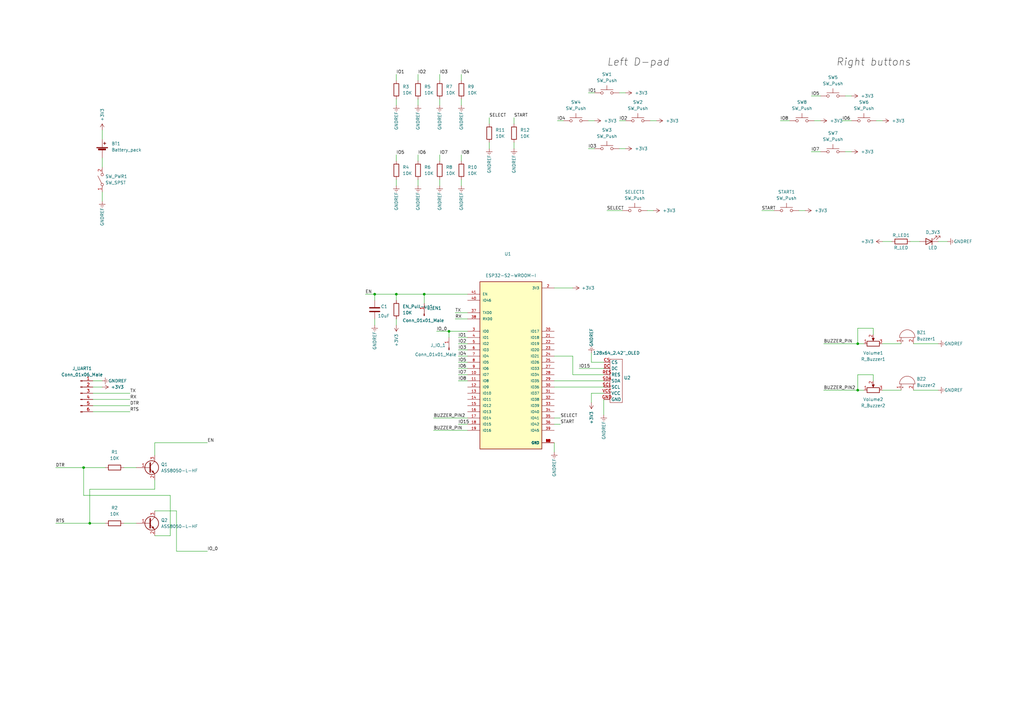
<source format=kicad_sch>
(kicad_sch (version 20211123) (generator eeschema)
  (paper "A3")
  (lib_symbols
    (symbol "Connector:Conn_01x01_Male" (pin_names (offset 1.016) hide)
      (property "Reference" "J" (at 0 2.54 0))
      (property "Value" "Conn_01x01_Male" (at 0 -2.54 0))
      (symbol "Conn_01x01_Male_1_1"
        (polyline (pts (xy 1.27 0) (xy 0.8636 0)) (stroke (width 0.1524)))
        (rectangle (start 0.8636 0.127) (end 0 -0.127) (stroke (width 0.1524)) (fill (type outline)))
        (pin passive line (at 5.08 0 180) (length 3.81) (name "Pin_1") (number "1"))
      )
    )
    (symbol "Connector:Conn_01x06_Male" (pin_names (offset 1.016) hide)
      (property "Reference" "J" (at 0 7.62 0))
      (property "Value" "Conn_01x06_Male" (at 0 -10.16 0))
      (symbol "Conn_01x06_Male_1_1"
        (polyline (pts (xy 1.27 -7.62) (xy 0.8636 -7.62)) (stroke (width 0.1524)))
        (polyline (pts (xy 1.27 -5.08) (xy 0.8636 -5.08)) (stroke (width 0.1524)))
        (polyline (pts (xy 1.27 -2.54) (xy 0.8636 -2.54)) (stroke (width 0.1524)))
        (polyline (pts (xy 1.27 0) (xy 0.8636 0)) (stroke (width 0.1524)))
        (polyline (pts (xy 1.27 2.54) (xy 0.8636 2.54)) (stroke (width 0.1524)))
        (polyline (pts (xy 1.27 5.08) (xy 0.8636 5.08)) (stroke (width 0.1524)))
        (rectangle (start 0.8636 -7.493) (end 0 -7.747) (stroke (width 0.1524)) (fill (type outline)))
        (rectangle (start 0.8636 -4.953) (end 0 -5.207) (stroke (width 0.1524)) (fill (type outline)))
        (rectangle (start 0.8636 -2.413) (end 0 -2.667) (stroke (width 0.1524)) (fill (type outline)))
        (rectangle (start 0.8636 0.127) (end 0 -0.127) (stroke (width 0.1524)) (fill (type outline)))
        (rectangle (start 0.8636 2.667) (end 0 2.413) (stroke (width 0.1524)) (fill (type outline)))
        (rectangle (start 0.8636 5.207) (end 0 4.953) (stroke (width 0.1524)) (fill (type outline)))
        (pin passive line (at 5.08 5.08 180) (length 3.81) (name "Pin_1") (number "1"))
        (pin passive line (at 5.08 2.54 180) (length 3.81) (name "Pin_2") (number "2"))
        (pin passive line (at 5.08 0 180) (length 3.81) (name "Pin_3") (number "3"))
        (pin passive line (at 5.08 -2.54 180) (length 3.81) (name "Pin_4") (number "4"))
        (pin passive line (at 5.08 -5.08 180) (length 3.81) (name "Pin_5") (number "5"))
        (pin passive line (at 5.08 -7.62 180) (length 3.81) (name "Pin_6") (number "6"))
      )
    )
    (symbol "Device:Battery_Cell" (pin_numbers hide) (pin_names (offset 0) hide)
      (property "Reference" "BT" (at 2.54 2.54 0))
      (property "Value" "Battery_Cell" (at 2.54 0 0))
      (symbol "Battery_Cell_0_1"
        (rectangle (start -2.286 1.778) (end 2.286 1.524) (fill (type outline)))
        (rectangle (start -1.5748 1.1938) (end 1.4732 0.6858) (fill (type outline)))
        (polyline (pts (xy 0 0.762) (xy 0 0)))
        (polyline (pts (xy 0 1.778) (xy 0 2.54)))
        (polyline (pts (xy 0.508 3.429) (xy 1.524 3.429)) (stroke (width 0.254)))
        (polyline (pts (xy 1.016 3.937) (xy 1.016 2.921)) (stroke (width 0.254)))
      )
      (symbol "Battery_Cell_1_1"
        (pin passive line (at 0 5.08 270) (length 2.54) (name "+") (number "1"))
        (pin passive line (at 0 -2.54 90) (length 2.54) (name "-") (number "2"))
      )
    )
    (symbol "Device:Buzzer" (pin_names (offset 0.0254) hide)
      (property "Reference" "BZ" (at 3.81 1.27 0))
      (property "Value" "Buzzer" (at 3.81 -1.27 0))
      (symbol "Buzzer_0_1"
        (arc (start 0 -3.175) (mid 3.175 0) (end 0 3.175))
        (polyline (pts (xy -1.651 1.905) (xy -1.143 1.905)))
        (polyline (pts (xy -1.397 2.159) (xy -1.397 1.651)))
        (polyline (pts (xy 0 3.175) (xy 0 -3.175)))
      )
      (symbol "Buzzer_1_1"
        (pin passive line (at -2.54 2.54 0) (length 2.54) (name "-") (number "1"))
        (pin passive line (at -2.54 -2.54 0) (length 2.54) (name "+") (number "2"))
      )
    )
    (symbol "Device:C" (pin_numbers hide) (pin_names (offset 0.254))
      (property "Reference" "C" (at 0.635 2.54 0))
      (property "Value" "C" (at 0.635 -2.54 0))
      (symbol "C_0_1"
        (polyline (pts (xy -2.032 -0.762) (xy 2.032 -0.762)) (stroke (width 0.508)))
        (polyline (pts (xy -2.032 0.762) (xy 2.032 0.762)) (stroke (width 0.508)))
      )
      (symbol "C_1_1"
        (pin passive line (at 0 3.81 270) (length 2.794) (name "~") (number "1"))
        (pin passive line (at 0 -3.81 90) (length 2.794) (name "~") (number "2"))
      )
    )
    (symbol "Device:LED" (pin_numbers hide) (pin_names (offset 1.016) hide)
      (property "Reference" "D" (at 0 2.54 0))
      (property "Value" "LED" (at 0 -2.54 0))
      (symbol "LED_0_1"
        (polyline (pts (xy -1.27 -1.27) (xy -1.27 1.27)) (stroke (width 0.254)))
        (polyline (pts (xy -1.27 0) (xy 1.27 0)))
        (polyline (pts (xy 1.27 -1.27) (xy 1.27 1.27) (xy -1.27 0) (xy 1.27 -1.27)) (stroke (width 0.254)))
        (polyline (pts (xy -3.048 -0.762) (xy -4.572 -2.286) (xy -3.81 -2.286) (xy -4.572 -2.286) (xy -4.572 -1.524)))
        (polyline (pts (xy -1.778 -0.762) (xy -3.302 -2.286) (xy -2.54 -2.286) (xy -3.302 -2.286) (xy -3.302 -1.524)))
      )
      (symbol "LED_1_1"
        (pin passive line (at -3.81 0 0) (length 2.54) (name "K") (number "1"))
        (pin passive line (at 3.81 0 180) (length 2.54) (name "A") (number "2"))
      )
    )
    (symbol "Device:R" (pin_numbers hide) (pin_names (offset 0))
      (property "Reference" "R" (at 2.032 0 90))
      (property "Value" "R" (at 0 0 90))
      (symbol "R_0_1"
        (rectangle (start -1.016 -2.54) (end 1.016 2.54) (stroke (width 0.254)))
      )
      (symbol "R_1_1"
        (pin passive line (at 0 3.81 270) (length 1.27) (name "~") (number "1"))
        (pin passive line (at 0 -3.81 90) (length 1.27) (name "~") (number "2"))
      )
    )
    (symbol "Device:R_Potentiometer" (pin_names (offset 1.016) hide)
      (property "Reference" "RV" (at -4.445 0 90))
      (property "Value" "R_Potentiometer" (at -2.54 0 90))
      (symbol "R_Potentiometer_0_1"
        (polyline (pts (xy 2.54 0) (xy 1.524 0)))
        (polyline (pts (xy 1.143 0) (xy 2.286 0.508) (xy 2.286 -0.508) (xy 1.143 0)) (fill (type outline)))
        (rectangle (start 1.016 2.54) (end -1.016 -2.54) (stroke (width 0.254)))
      )
      (symbol "R_Potentiometer_1_1"
        (pin passive line (at 0 3.81 270) (length 1.27) (name "1") (number "1"))
        (pin passive line (at 3.81 0 180) (length 1.27) (name "2") (number "2"))
        (pin passive line (at 0 -3.81 90) (length 1.27) (name "3") (number "3"))
      )
    )
    (symbol "GlobalSymbolLibrary:128x64_2.42{dblquote}_OLED"
      (property "Reference" "U2" (at 8.255 1.2701 0))
      (property "Value" "128x64_2.42\"_OLED" (at 8.255 -1.2699 0))
      (symbol "128x64_2.42{dblquote}_OLED_0_1"
        (rectangle (start 2.54 8.89) (end 7.62 -8.89))
      )
      (symbol "128x64_2.42{dblquote}_OLED_1_1"
        (pin input line (at 0 7.62 0) (length 2.54) (name "CS") (number "CS"))
        (pin input line (at 0 5.08 0) (length 2.54) (name "DC") (number "DC"))
        (pin input line (at 0 -7.62 0) (length 2.54) (name "GND") (number "GND"))
        (pin input line (at 0 2.54 0) (length 2.54) (name "RES") (number "RES"))
        (pin input line (at 0 -2.54 0) (length 2.54) (name "SCL") (number "SCL"))
        (pin input line (at 0 0 0) (length 2.54) (name "SDA") (number "SDA"))
        (pin input line (at 0 -5.08 0) (length 2.54) (name "VCC") (number "VCC"))
      )
    )
    (symbol "GlobalSymbolLibrary:ESP32-S2-WROOM-I" (pin_names (offset 1.016))
      (property "Reference" "U" (at -12.7 37.8206 0))
      (property "Value" "ESP32-S2-WROOM-I" (at -12.7 -35.7378 0))
      (symbol "ESP32-S2-WROOM-I_0_0"
        (rectangle (start -12.7 -33.02) (end 12.7 35.56) (stroke (width 0.254)) (fill (type background)))
        (pin power_in line (at 17.78 -30.48 180) (length 5.08) (name "GND") (number "1"))
        (pin bidirectional line (at -17.78 -2.54 0) (length 5.08) (name "IO7") (number "10"))
        (pin bidirectional line (at -17.78 -5.08 0) (length 5.08) (name "IO8") (number "11"))
        (pin bidirectional line (at -17.78 -7.62 0) (length 5.08) (name "IO9") (number "12"))
        (pin bidirectional line (at -17.78 -10.16 0) (length 5.08) (name "IO10") (number "13"))
        (pin bidirectional line (at -17.78 -12.7 0) (length 5.08) (name "IO11") (number "14"))
        (pin bidirectional line (at -17.78 -15.24 0) (length 5.08) (name "IO12") (number "15"))
        (pin bidirectional line (at -17.78 -17.78 0) (length 5.08) (name "IO13") (number "16"))
        (pin bidirectional line (at -17.78 -20.32 0) (length 5.08) (name "IO14") (number "17"))
        (pin bidirectional line (at -17.78 -22.86 0) (length 5.08) (name "IO15") (number "18"))
        (pin bidirectional line (at -17.78 -25.4 0) (length 5.08) (name "IO16") (number "19"))
        (pin power_in line (at 17.78 33.02 180) (length 5.08) (name "3V3") (number "2"))
        (pin bidirectional line (at 17.78 15.24 180) (length 5.08) (name "IO17") (number "20"))
        (pin bidirectional line (at 17.78 12.7 180) (length 5.08) (name "IO18") (number "21"))
        (pin bidirectional line (at 17.78 10.16 180) (length 5.08) (name "IO19") (number "22"))
        (pin bidirectional line (at 17.78 7.62 180) (length 5.08) (name "IO20") (number "23"))
        (pin bidirectional line (at 17.78 5.08 180) (length 5.08) (name "IO21") (number "24"))
        (pin bidirectional line (at 17.78 2.54 180) (length 5.08) (name "IO26") (number "25"))
        (pin power_in line (at 17.78 -30.48 180) (length 5.08) (name "GND") (number "26"))
        (pin bidirectional line (at 17.78 0 180) (length 5.08) (name "IO33") (number "27"))
        (pin bidirectional line (at 17.78 -2.54 180) (length 5.08) (name "IO34") (number "28"))
        (pin bidirectional line (at 17.78 -5.08 180) (length 5.08) (name "IO35") (number "29"))
        (pin bidirectional line (at -17.78 15.24 0) (length 5.08) (name "IO0") (number "3"))
        (pin bidirectional line (at 17.78 -7.62 180) (length 5.08) (name "IO36") (number "30"))
        (pin bidirectional line (at 17.78 -10.16 180) (length 5.08) (name "IO37") (number "31"))
        (pin bidirectional line (at 17.78 -12.7 180) (length 5.08) (name "IO38") (number "32"))
        (pin bidirectional line (at 17.78 -15.24 180) (length 5.08) (name "IO39") (number "33"))
        (pin bidirectional line (at 17.78 -17.78 180) (length 5.08) (name "IO40") (number "34"))
        (pin bidirectional line (at 17.78 -20.32 180) (length 5.08) (name "IO41") (number "35"))
        (pin bidirectional line (at 17.78 -22.86 180) (length 5.08) (name "IO42") (number "36"))
        (pin bidirectional line (at -17.78 22.86 0) (length 5.08) (name "TXD0") (number "37"))
        (pin bidirectional line (at -17.78 20.32 0) (length 5.08) (name "RXD0") (number "38"))
        (pin bidirectional line (at 17.78 -25.4 180) (length 5.08) (name "IO45") (number "39"))
        (pin bidirectional line (at -17.78 12.7 0) (length 5.08) (name "IO1") (number "4"))
        (pin input line (at -17.78 27.94 0) (length 5.08) (name "IO46") (number "40"))
        (pin input line (at -17.78 30.48 0) (length 5.08) (name "EN") (number "41"))
        (pin power_in line (at 17.78 -30.48 180) (length 5.08) (name "GND") (number "42"))
        (pin power_in line (at 17.78 -30.48 180) (length 5.08) (name "GND") (number "43"))
        (pin power_in line (at 17.78 -30.48 180) (length 5.08) (name "GND") (number "44"))
        (pin power_in line (at 17.78 -30.48 180) (length 5.08) (name "GND") (number "45"))
        (pin power_in line (at 17.78 -30.48 180) (length 5.08) (name "GND") (number "46"))
        (pin power_in line (at 17.78 -30.48 180) (length 5.08) (name "GND") (number "47"))
        (pin power_in line (at 17.78 -30.48 180) (length 5.08) (name "GND") (number "48"))
        (pin power_in line (at 17.78 -30.48 180) (length 5.08) (name "GND") (number "49"))
        (pin bidirectional line (at -17.78 10.16 0) (length 5.08) (name "IO2") (number "5"))
        (pin power_in line (at 17.78 -30.48 180) (length 5.08) (name "GND") (number "50"))
        (pin power_in line (at 17.78 -30.48 180) (length 5.08) (name "GND") (number "51"))
        (pin bidirectional line (at -17.78 7.62 0) (length 5.08) (name "IO3") (number "6"))
        (pin bidirectional line (at -17.78 5.08 0) (length 5.08) (name "IO4") (number "7"))
        (pin bidirectional line (at -17.78 2.54 0) (length 5.08) (name "IO5") (number "8"))
        (pin bidirectional line (at -17.78 0 0) (length 5.08) (name "IO6") (number "9"))
      )
    )
    (symbol "Switch:SW_Push" (pin_numbers hide) (pin_names (offset 1.016) hide)
      (property "Reference" "SW" (at 1.27 2.54 0))
      (property "Value" "SW_Push" (at 0 -1.524 0))
      (symbol "SW_Push_0_1"
        (circle (center -2.032 0) (radius 0.508))
        (polyline (pts (xy 0 1.27) (xy 0 3.048)))
        (polyline (pts (xy 2.54 1.27) (xy -2.54 1.27)))
        (circle (center 2.032 0) (radius 0.508))
        (pin passive line (at -5.08 0 0) (length 2.54) (name "1") (number "1"))
        (pin passive line (at 5.08 0 180) (length 2.54) (name "2") (number "2"))
      )
    )
    (symbol "Switch:SW_SPST" (pin_names (offset 0) hide)
      (property "Reference" "SW" (at 0 3.175 0))
      (property "Value" "SW_SPST" (at 0 -2.54 0))
      (symbol "SW_SPST_0_0"
        (circle (center -2.032 0) (radius 0.508))
        (polyline (pts (xy -1.524 0.254) (xy 1.524 1.778)))
        (circle (center 2.032 0) (radius 0.508))
      )
      (symbol "SW_SPST_1_1"
        (pin passive line (at -5.08 0 0) (length 2.54) (name "A") (number "1"))
        (pin passive line (at 5.08 0 180) (length 2.54) (name "B") (number "2"))
      )
    )
    (symbol "Transistor_BJT:BC817" (pin_names (offset 0) hide)
      (property "Reference" "Q" (at 5.08 1.905 0))
      (property "Value" "BC817" (at 5.08 0 0))
      (symbol "BC817_0_1"
        (polyline (pts (xy 0.635 0.635) (xy 2.54 2.54)))
        (polyline (pts (xy 0.635 -0.635) (xy 2.54 -2.54) (xy 2.54 -2.54)))
        (polyline (pts (xy 0.635 1.905) (xy 0.635 -1.905) (xy 0.635 -1.905)) (stroke (width 0.508)))
        (polyline (pts (xy 1.27 -1.778) (xy 1.778 -1.27) (xy 2.286 -2.286) (xy 1.27 -1.778) (xy 1.27 -1.778)) (fill (type outline)))
        (circle (center 1.27 0) (radius 2.8194) (stroke (width 0.254)))
      )
      (symbol "BC817_1_1"
        (pin input line (at -5.08 0 0) (length 5.715) (name "B") (number "1"))
        (pin passive line (at 2.54 -5.08 90) (length 2.54) (name "E") (number "2"))
        (pin passive line (at 2.54 5.08 270) (length 2.54) (name "C") (number "3"))
      )
    )
    (symbol "power:+3V3" (power) (pin_names (offset 0))
      (property "Value" "+3V3" (at 0 3.556 0))
      (symbol "+3V3_0_1"
        (polyline (pts (xy -0.762 1.27) (xy 0 2.54)))
        (polyline (pts (xy 0 0) (xy 0 2.54)))
        (polyline (pts (xy 0 2.54) (xy 0.762 1.27)))
      )
      (symbol "+3V3_1_1"
        (pin power_in line (at 0 0 90) (length 0) hide (name "+3V3") (number "1"))
      )
    )
    (symbol "power:GNDREF" (power) (pin_names (offset 0))
      (property "Value" "GNDREF" (at 0 -3.81 0))
      (symbol "GNDREF_0_1"
        (polyline (pts (xy -0.635 -1.905) (xy 0.635 -1.905)))
        (polyline (pts (xy -0.127 -2.54) (xy 0.127 -2.54)))
        (polyline (pts (xy 0 -1.27) (xy 0 0)))
        (polyline (pts (xy 1.27 -1.27) (xy -1.27 -1.27)))
      )
      (symbol "GNDREF_1_1"
        (pin power_in line (at 0 0 270) (length 0) hide (name "GNDREF") (number "1"))
      )
    )
  )
  (junction (at 351.79 140.97))
  (junction (at 184.15 135.89))
  (junction (at 173.99 120.65))
  (junction (at 36.83 214.63))
  (junction (at 153.67 120.65))
  (junction (at 34.29 191.77))
  (junction (at 351.79 160.02))
  (junction (at 162.56 120.65))
  (wire (pts (xy 361.95 140.97) (xy 369.57 140.97)))
  (wire (pts (xy 227.33 171.45) (xy 229.87 171.45)))
  (wire (pts (xy 38.1 166.37) (xy 53.34 166.37)))
  (wire (pts (xy 210.82 58.42) (xy 210.82 60.96)))
  (wire (pts (xy 153.67 120.65) (xy 162.56 120.65)))
  (wire (pts (xy 36.83 200.66) (xy 36.83 214.63)))
  (wire (pts (xy 312.42 86.36) (xy 317.5 86.36)))
  (wire (pts (xy 332.74 62.23) (xy 336.55 62.23)))
  (wire (pts (xy 63.5 186.69) (xy 63.5 181.61)))
  (wire (pts (xy 266.7 49.53) (xy 269.24 49.53)))
  (wire (pts (xy 373.38 99.06) (xy 377.19 99.06)))
  (wire (pts (xy 162.56 130.81) (xy 162.56 133.35)))
  (wire (pts (xy 187.96 140.97) (xy 191.77 140.97)))
  (wire (pts (xy 346.71 62.23) (xy 349.25 62.23)))
  (wire (pts (xy 247.65 170.18) (xy 247.65 163.83)))
  (wire (pts (xy 180.34 73.66) (xy 180.34 76.2)))
  (wire (pts (xy 72.39 209.55) (xy 72.39 226.06)))
  (wire (pts (xy 351.79 140.97) (xy 354.33 140.97)))
  (wire (pts (xy 162.56 123.19) (xy 162.56 120.65)))
  (wire (pts (xy 171.45 40.64) (xy 171.45 43.18)))
  (wire (pts (xy 337.82 160.02) (xy 351.79 160.02)))
  (wire (pts (xy 162.56 30.48) (xy 162.56 33.02)))
  (wire (pts (xy 327.66 86.36) (xy 330.2 86.36)))
  (wire (pts (xy 227.33 181.61) (xy 227.33 185.42)))
  (wire (pts (xy 41.91 78.74) (xy 41.91 82.55)))
  (wire (pts (xy 227.33 173.99) (xy 229.87 173.99)))
  (wire (pts (xy 254 60.96) (xy 256.54 60.96)))
  (wire (pts (xy 247.65 148.59) (xy 242.57 148.59)))
  (wire (pts (xy 177.8 176.53) (xy 191.77 176.53)))
  (wire (pts (xy 187.96 138.43) (xy 191.77 138.43)))
  (wire (pts (xy 34.29 191.77) (xy 34.29 203.2)))
  (wire (pts (xy 200.66 58.42) (xy 200.66 60.96)))
  (wire (pts (xy 162.56 40.64) (xy 162.56 43.18)))
  (wire (pts (xy 241.3 38.1) (xy 243.84 38.1)))
  (wire (pts (xy 234.95 153.67) (xy 234.95 146.05)))
  (wire (pts (xy 346.71 39.37) (xy 349.25 39.37)))
  (wire (pts (xy 180.34 40.64) (xy 180.34 43.18)))
  (wire (pts (xy 171.45 63.5) (xy 171.45 66.04)))
  (wire (pts (xy 189.23 73.66) (xy 189.23 76.2)))
  (wire (pts (xy 177.8 171.45) (xy 191.77 171.45)))
  (wire (pts (xy 162.56 120.65) (xy 173.99 120.65)))
  (wire (pts (xy 320.04 49.53) (xy 323.85 49.53)))
  (wire (pts (xy 38.1 161.29) (xy 53.34 161.29)))
  (wire (pts (xy 351.79 160.02) (xy 351.79 153.67)))
  (wire (pts (xy 184.15 135.89) (xy 184.15 138.43)))
  (wire (pts (xy 173.99 120.65) (xy 173.99 124.46)))
  (wire (pts (xy 180.34 63.5) (xy 180.34 66.04)))
  (wire (pts (xy 242.57 161.29) (xy 242.57 165.1)))
  (wire (pts (xy 63.5 209.55) (xy 72.39 209.55)))
  (wire (pts (xy 69.85 203.2) (xy 34.29 203.2)))
  (wire (pts (xy 63.5 219.71) (xy 69.85 219.71)))
  (wire (pts (xy 351.79 160.02) (xy 354.33 160.02)))
  (wire (pts (xy 187.96 153.67) (xy 191.77 153.67)))
  (wire (pts (xy 361.95 99.06) (xy 365.76 99.06)))
  (wire (pts (xy 359.41 49.53) (xy 361.95 49.53)))
  (wire (pts (xy 234.95 146.05) (xy 227.33 146.05)))
  (wire (pts (xy 189.23 63.5) (xy 189.23 66.04)))
  (wire (pts (xy 254 38.1) (xy 256.54 38.1)))
  (wire (pts (xy 351.79 153.67) (xy 358.14 153.67)))
  (wire (pts (xy 38.1 156.21) (xy 41.91 156.21)))
  (wire (pts (xy 41.91 64.77) (xy 41.91 68.58)))
  (wire (pts (xy 228.6 49.53) (xy 231.14 49.53)))
  (wire (pts (xy 227.33 156.21) (xy 247.65 156.21)))
  (wire (pts (xy 153.67 123.19) (xy 153.67 120.65)))
  (wire (pts (xy 187.96 143.51) (xy 191.77 143.51)))
  (wire (pts (xy 162.56 73.66) (xy 162.56 76.2)))
  (wire (pts (xy 22.86 214.63) (xy 36.83 214.63)))
  (wire (pts (xy 184.15 135.89) (xy 191.77 135.89)))
  (wire (pts (xy 63.5 196.85) (xy 63.5 200.66)))
  (wire (pts (xy 69.85 219.71) (xy 69.85 203.2)))
  (wire (pts (xy 247.65 153.67) (xy 234.95 153.67)))
  (wire (pts (xy 361.95 160.02) (xy 369.57 160.02)))
  (wire (pts (xy 265.43 86.36) (xy 267.97 86.36)))
  (wire (pts (xy 162.56 63.5) (xy 162.56 66.04)))
  (wire (pts (xy 358.14 134.62) (xy 358.14 137.16)))
  (wire (pts (xy 189.23 40.64) (xy 189.23 43.18)))
  (wire (pts (xy 241.3 49.53) (xy 243.84 49.53)))
  (wire (pts (xy 384.81 99.06) (xy 388.62 99.06)))
  (wire (pts (xy 187.96 173.99) (xy 191.77 173.99)))
  (wire (pts (xy 200.66 48.26) (xy 200.66 50.8)))
  (wire (pts (xy 63.5 181.61) (xy 85.09 181.61)))
  (wire (pts (xy 38.1 168.91) (xy 53.34 168.91)))
  (wire (pts (xy 254 49.53) (xy 256.54 49.53)))
  (wire (pts (xy 337.82 140.97) (xy 351.79 140.97)))
  (wire (pts (xy 227.33 118.11) (xy 234.95 118.11)))
  (wire (pts (xy 189.23 30.48) (xy 189.23 33.02)))
  (wire (pts (xy 50.8 214.63) (xy 55.88 214.63)))
  (wire (pts (xy 351.79 140.97) (xy 351.79 134.62)))
  (wire (pts (xy 187.96 156.21) (xy 191.77 156.21)))
  (wire (pts (xy 180.34 30.48) (xy 180.34 33.02)))
  (wire (pts (xy 187.96 148.59) (xy 191.77 148.59)))
  (wire (pts (xy 34.29 191.77) (xy 43.18 191.77)))
  (wire (pts (xy 173.99 120.65) (xy 191.77 120.65)))
  (wire (pts (xy 374.65 160.02) (xy 384.81 160.02)))
  (wire (pts (xy 237.49 151.13) (xy 247.65 151.13)))
  (wire (pts (xy 36.83 214.63) (xy 43.18 214.63)))
  (wire (pts (xy 38.1 158.75) (xy 41.91 158.75)))
  (wire (pts (xy 187.96 146.05) (xy 191.77 146.05)))
  (wire (pts (xy 248.92 86.36) (xy 255.27 86.36)))
  (wire (pts (xy 171.45 73.66) (xy 171.45 76.2)))
  (wire (pts (xy 153.67 130.81) (xy 153.67 133.35)))
  (wire (pts (xy 186.69 130.81) (xy 191.77 130.81)))
  (wire (pts (xy 50.8 191.77) (xy 55.88 191.77)))
  (wire (pts (xy 153.67 120.65) (xy 149.86 120.65)))
  (wire (pts (xy 210.82 48.26) (xy 210.82 50.8)))
  (wire (pts (xy 186.69 128.27) (xy 191.77 128.27)))
  (wire (pts (xy 351.79 134.62) (xy 358.14 134.62)))
  (wire (pts (xy 334.01 49.53) (xy 336.55 49.53)))
  (wire (pts (xy 38.1 163.83) (xy 53.34 163.83)))
  (wire (pts (xy 41.91 53.34) (xy 41.91 57.15)))
  (wire (pts (xy 72.39 226.06) (xy 85.09 226.06)))
  (wire (pts (xy 247.65 161.29) (xy 242.57 161.29)))
  (wire (pts (xy 22.86 191.77) (xy 34.29 191.77)))
  (wire (pts (xy 179.07 135.89) (xy 184.15 135.89)))
  (wire (pts (xy 63.5 200.66) (xy 36.83 200.66)))
  (wire (pts (xy 187.96 151.13) (xy 191.77 151.13)))
  (wire (pts (xy 241.3 60.96) (xy 243.84 60.96)))
  (wire (pts (xy 227.33 158.75) (xy 247.65 158.75)))
  (wire (pts (xy 242.57 148.59) (xy 242.57 144.78)))
  (wire (pts (xy 345.44 49.53) (xy 349.25 49.53)))
  (wire (pts (xy 358.14 153.67) (xy 358.14 156.21)))
  (wire (pts (xy 332.74 39.37) (xy 336.55 39.37)))
  (wire (pts (xy 374.65 140.97) (xy 384.81 140.97)))
  (wire (pts (xy 171.45 30.48) (xy 171.45 33.02)))
  (label "BUZZER_PIN" (at 337.82 140.97 0))
  (label "IO1" (at 162.56 30.48 0))
  (label "RTS" (at 22.86 214.63 0))
  (label "IO4" (at 187.96 146.05 0))
  (label "IO3" (at 180.34 30.48 0))
  (label "IO7" (at 332.74 62.23 0))
  (label "RX" (at 53.34 163.83 0))
  (label "IO5" (at 187.96 148.59 0))
  (label "TX" (at 53.34 161.29 0))
  (label "IO8" (at 320.04 49.53 0))
  (label "BUZZER_PIN2" (at 177.8 171.45 0))
  (label "IO2" (at 254 49.53 0))
  (label "START" (at 312.42 86.36 0))
  (label "DTR" (at 22.86 191.77 0))
  (label "SELECT" (at 200.66 48.26 0))
  (label "IO5" (at 162.56 63.5 0))
  (label "IO2" (at 187.96 140.97 0))
  (label "IO15" (at 187.96 173.99 0))
  (label "START" (at 229.87 173.99 0))
  (label "IO6" (at 171.45 63.5 0))
  (label "Left D-pad" (at 248.92 27.94 0) (effects (font (size 3 3) italic)))
  (label "IO8" (at 187.96 156.21 0))
  (label "IO1" (at 241.3 38.1 0))
  (label "IO6" (at 345.44 49.53 0))
  (label "IO1" (at 187.96 138.43 0))
  (label "START" (at 210.82 48.26 0))
  (label "EN" (at 149.86 120.65 0))
  (label "DTR" (at 53.34 166.37 0))
  (label "IO2" (at 171.45 30.48 0))
  (label "IO_0" (at 85.09 226.06 0))
  (label "RTS" (at 53.34 168.91 0))
  (label "IO3" (at 241.3 60.96 0))
  (label "IO4" (at 189.23 30.48 0))
  (label "IO7" (at 180.34 63.5 0))
  (label "BUZZER_PIN2" (at 337.82 160.02 0))
  (label "IO5" (at 332.74 39.37 0))
  (label "IO3" (at 187.96 143.51 0))
  (label "Right buttons" (at 342.9 27.94 0) (effects (font (size 3 3) italic)))
  (label "IO7" (at 187.96 153.67 0))
  (label "IO_0" (at 179.07 135.89 0))
  (label "RX" (at 186.69 130.81 0))
  (label "IO6" (at 187.96 151.13 0))
  (label "IO4" (at 228.6 49.53 0))
  (label "EN" (at 85.09 181.61 0))
  (label "SELECT" (at 229.87 171.45 0))
  (label "TX" (at 186.69 128.27 0))
  (label "BUZZER_PIN" (at 177.8 176.53 0))
  (label "SELECT" (at 248.92 86.36 0))
  (label "IO8" (at 189.23 63.5 0))
  (label "IO15" (at 237.49 151.13 0))
  (symbol (lib_id "power:+3V3") (at 256.54 38.1 270) (unit 1)
    (property "Reference" "#PWR0106" (effects hide))
    (property "Value" "+3V3" (at 260.35 38.0999 90) (effects (justify left)))
  )
  (symbol (lib_id "Switch:SW_Push") (at 236.22 49.53 0) (unit 1)
    (property "Reference" "SW4" (at 236.22 41.91 0))
    (property "Value" "SW_Push" (at 236.22 44.45 0))
    (property "Footprint" "Button_Switch_SMD:SW_Push_1P1T_NO_CK_KSC6xxJ" (effects hide))
  )
  (symbol (lib_id "power:+3V3") (at 349.25 62.23 270) (unit 1)
    (property "Reference" "#PWR0117" (effects hide))
    (property "Value" "+3V3" (at 353.06 62.2299 90) (effects (justify left)))
  )
  (symbol (lib_id "power:GNDREF") (at 189.23 43.18 0) (unit 1)
    (property "Reference" "#PWR0128" (effects hide))
    (property "Value" "GNDREF" (at 189.2299 53.34 90) (effects (justify left)))
  )
  (symbol (lib_id "Transistor_BJT:BC817") (at 60.96 191.77 0) (unit 1)
    (property "Reference" "Q1" (at 66.04 190.4999 0) (effects (justify left)))
    (property "Value" "ASS8050-L-HF" (at 66.04 193.0399 0) (effects (justify left)))
    (property "Footprint" "Package_TO_SOT_SMD:SOT-23" (effects hide))
    (property "Datasheet" "https://www.onsemi.com/pub/Collateral/BC818-D.pdf" (effects hide))
  )
  (symbol (lib_id "power:+3V3") (at 256.54 60.96 270) (unit 1)
    (property "Reference" "#PWR0114" (effects hide))
    (property "Value" "+3V3" (at 260.35 60.9599 90) (effects (justify left)))
  )
  (symbol (lib_id "Switch:SW_Push") (at 248.92 60.96 0) (unit 1)
    (property "Reference" "SW3" (at 248.92 53.34 0))
    (property "Value" "SW_Push" (at 248.92 55.88 0))
    (property "Footprint" "Button_Switch_SMD:SW_Push_1P1T_NO_CK_KSC6xxJ" (effects hide))
  )
  (symbol (lib_id "power:+3V3") (at 243.84 49.53 270) (unit 1)
    (property "Reference" "#PWR0107" (effects hide))
    (property "Value" "+3V3" (at 247.65 49.5299 90) (effects (justify left)))
  )
  (symbol (lib_id "GlobalSymbolLibrary:ESP32-S2-WROOM-I") (at 209.55 151.13 0) (unit 1)
    (property "Reference" "U1" (at 208.28 104.14 0))
    (property "Value" "ESP32-S2-WROOM-I" (at 209.55 113.03 0))
    (property "Footprint" "XCVR_ESP32-S2-WROOM-I" (effects hide))
    (property "STANDARD" "Manufacturer Recommendations" (effects hide))
    (property "SNAPEDA_PN" "ESP32-S2-WROOM-I" (effects hide))
    (property "PARTREV" "v1.3" (effects hide))
    (property "MANUFACTURER" "Espressif Systems" (effects hide))
    (property "MAXIMUM_PACKAGE_HEIGHT" "3.45 mm" (effects hide))
  )
  (symbol (lib_id "power:GNDREF") (at 388.62 99.06 90) (unit 1)
    (property "Reference" "#PWR0111" (effects hide))
    (property "Value" "GNDREF" (at 398.78 99.0601 90) (effects (justify left)))
  )
  (symbol (lib_id "power:GNDREF") (at 210.82 60.96 0) (unit 1)
    (property "Reference" "#PWR0133" (effects hide))
    (property "Value" "GNDREF" (at 210.8199 71.12 90) (effects (justify left)))
  )
  (symbol (lib_id "Device:C") (at 153.67 127 180) (unit 1)
    (property "Reference" "C1" (at 156.21 125.7299 0) (effects (justify right)))
    (property "Value" "10uF" (at 154.94 129.5399 0) (effects (justify right)))
    (property "Footprint" "Capacitor_SMD:C_0805_2012Metric_Pad1.18x1.45mm_HandSolder" (effects hide))
  )
  (symbol (lib_id "Device:Buzzer") (at 372.11 157.48 90) (unit 1)
    (property "Reference" "BZ2" (at 375.92 155.4479 90) (effects (justify right)))
    (property "Value" "Buzzer2" (at 375.92 157.9879 90) (effects (justify right)))
    (property "Footprint" "Buzzer_Beeper:Buzzer_12x9.5RM7.6" (effects hide))
  )
  (symbol (lib_id "power:GNDREF") (at 41.91 156.21 90) (unit 1)
    (property "Reference" "#PWR0110" (effects hide))
    (property "Value" "GNDREF" (at 52.07 156.2101 90) (effects (justify left)))
  )
  (symbol (lib_id "Device:R") (at 189.23 69.85 0) (unit 1)
    (property "Reference" "R10" (at 191.77 68.5799 0) (effects (justify left)))
    (property "Value" "10K" (at 191.77 71.1199 0) (effects (justify left)))
    (property "Footprint" "Resistor_SMD:R_0805_2012Metric_Pad1.20x1.40mm_HandSolder" (effects hide))
  )
  (symbol (lib_id "power:+3V3") (at 269.24 49.53 270) (unit 1)
    (property "Reference" "#PWR0115" (effects hide))
    (property "Value" "+3V3" (at 273.05 49.5299 90) (effects (justify left)))
  )
  (symbol (lib_id "power:+3V3") (at 361.95 99.06 90) (unit 1)
    (property "Reference" "#PWR0112" (effects hide))
    (property "Value" "+3V3" (at 353.06 99.0599 90) (effects (justify right)))
  )
  (symbol (lib_id "Device:R") (at 162.56 69.85 0) (unit 1)
    (property "Reference" "R4" (at 165.1 68.5799 0) (effects (justify left)))
    (property "Value" "10K" (at 165.1 71.1199 0) (effects (justify left)))
    (property "Footprint" "Resistor_SMD:R_0805_2012Metric_Pad1.20x1.40mm_HandSolder" (effects hide))
  )
  (symbol (lib_id "power:GNDREF") (at 242.57 144.78 180) (unit 1)
    (property "Reference" "#PWR0103" (effects hide))
    (property "Value" "GNDREF" (at 242.5701 134.62 90) (effects (justify left)))
  )
  (symbol (lib_id "Device:R") (at 162.56 127 180) (unit 1)
    (property "Reference" "EN_Pull-up1" (at 165.1 125.7299 0) (effects (justify right)))
    (property "Value" "10K" (at 165.1 128.2699 0) (effects (justify right)))
    (property "Footprint" "Resistor_SMD:R_0805_2012Metric_Pad1.20x1.40mm_HandSolder" (effects hide))
  )
  (symbol (lib_id "power:GNDREF") (at 227.33 185.42 0) (unit 1)
    (property "Reference" "#PWR0123" (effects hide))
    (property "Value" "GNDREF" (at 227.3299 195.58 90) (effects (justify left)))
  )
  (symbol (lib_id "Connector:Conn_01x06_Male") (at 33.02 161.29 0) (unit 1)
    (property "Reference" "J_UART1" (at 33.655 151.13 0))
    (property "Value" "Conn_01x06_Male" (at 33.655 153.67 0))
  )
  (symbol (lib_id "power:GNDREF") (at 384.81 160.02 90) (unit 1)
    (property "Reference" "#PWR0135" (effects hide))
    (property "Value" "GNDREF" (at 394.97 160.0201 90) (effects (justify left)))
  )
  (symbol (lib_id "Switch:SW_Push") (at 260.35 86.36 0) (unit 1)
    (property "Reference" "SELECT1" (at 260.35 78.74 0))
    (property "Value" "SW_Push" (at 260.35 81.28 0))
    (property "Footprint" "Button_Switch_SMD:SW_Push_1P1T_NO_CK_KSC6xxJ" (effects hide))
  )
  (symbol (lib_id "power:+3V3") (at 234.95 118.11 270) (unit 1)
    (property "Reference" "#PWR0124" (effects hide))
    (property "Value" "+3V3" (at 243.84 118.1101 90) (effects (justify right)))
  )
  (symbol (lib_id "power:+3V3") (at 349.25 39.37 270) (unit 1)
    (property "Reference" "#PWR0116" (effects hide))
    (property "Value" "+3V3" (at 353.06 39.3699 90) (effects (justify left)))
  )
  (symbol (lib_id "Device:R") (at 171.45 36.83 0) (unit 1)
    (property "Reference" "R5" (at 173.99 35.5599 0) (effects (justify left)))
    (property "Value" "10K" (at 173.99 38.0999 0) (effects (justify left)))
    (property "Footprint" "Resistor_SMD:R_0805_2012Metric_Pad1.20x1.40mm_HandSolder" (effects hide))
  )
  (symbol (lib_id "power:GNDREF") (at 180.34 76.2 0) (unit 1)
    (property "Reference" "#PWR0130" (effects hide))
    (property "Value" "GNDREF" (at 180.3399 86.36 90) (effects (justify left)))
  )
  (symbol (lib_id "Switch:SW_Push") (at 328.93 49.53 0) (unit 1)
    (property "Reference" "SW8" (at 328.93 41.91 0))
    (property "Value" "SW_Push" (at 328.93 44.45 0))
    (property "Footprint" "Button_Switch_SMD:SW_Push_1P1T_NO_CK_KSC6xxJ" (effects hide))
  )
  (symbol (lib_id "Device:R") (at 46.99 214.63 90) (unit 1)
    (property "Reference" "R2" (at 46.99 208.28 90))
    (property "Value" "10K" (at 46.99 210.82 90))
    (property "Footprint" "Resistor_SMD:R_0805_2012Metric_Pad1.20x1.40mm_HandSolder" (effects hide))
  )
  (symbol (lib_id "power:GNDREF") (at 180.34 43.18 0) (unit 1)
    (property "Reference" "#PWR0127" (effects hide))
    (property "Value" "GNDREF" (at 180.3399 53.34 90) (effects (justify left)))
  )
  (symbol (lib_id "Switch:SW_Push") (at 341.63 62.23 0) (unit 1)
    (property "Reference" "SW7" (at 341.63 54.61 0))
    (property "Value" "SW_Push" (at 341.63 57.15 0))
    (property "Footprint" "Button_Switch_SMD:SW_Push_1P1T_NO_CK_KSC6xxJ" (effects hide))
  )
  (symbol (lib_id "Transistor_BJT:BC817") (at 60.96 214.63 0) (unit 1)
    (property "Reference" "Q2" (at 66.04 213.3599 0) (effects (justify left)))
    (property "Value" "ASS8050-L-HF" (at 66.04 215.8999 0) (effects (justify left)))
    (property "Footprint" "Package_TO_SOT_SMD:SOT-23" (effects hide))
    (property "Datasheet" "https://www.onsemi.com/pub/Collateral/BC818-D.pdf" (effects hide))
  )
  (symbol (lib_id "GlobalSymbolLibrary:128x64_2.42{dblquote}_OLED") (at 247.65 156.21 0) (unit 1)
    (property "Reference" "U2" (at 255.905 154.9399 0) (effects (justify left)))
    (property "Value" "128x64_2.42\"_OLED" (at 243.205 144.7799 0) (effects (justify left)))
    (property "Footprint" "GlobalLibrary:128x64 2.42 inch OLED display" (effects hide))
  )
  (symbol (lib_id "Device:R") (at 189.23 36.83 0) (unit 1)
    (property "Reference" "R9" (at 191.77 35.5599 0) (effects (justify left)))
    (property "Value" "10K" (at 191.77 38.0999 0) (effects (justify left)))
    (property "Footprint" "Resistor_SMD:R_0805_2012Metric_Pad1.20x1.40mm_HandSolder" (effects hide))
  )
  (symbol (lib_id "Device:Battery_Cell") (at 41.91 62.23 0) (unit 1)
    (property "Reference" "BT1" (at 45.72 58.9279 0) (effects (justify left)))
    (property "Value" "Battery_pack" (at 45.72 61.4679 0) (effects (justify left)))
    (property "Footprint" "GustavsGlobalLibrary:3xAA holder (534-2464)" (effects hide))
  )
  (symbol (lib_id "power:GNDREF") (at 153.67 133.35 0) (unit 1)
    (property "Reference" "#PWR0101" (effects hide))
    (property "Value" "GNDREF" (at 153.6699 143.51 90) (effects (justify left)))
  )
  (symbol (lib_id "Connector:Conn_01x01_Male") (at 173.99 129.54 90) (unit 1)
    (property "Reference" "J_EN1" (at 175.26 126.3649 90) (effects (justify right)))
    (property "Value" "Conn_01x01_Male" (at 165.1 131.4449 90) (effects (justify right)))
  )
  (symbol (lib_id "Device:R") (at 180.34 69.85 0) (unit 1)
    (property "Reference" "R8" (at 182.88 68.5799 0) (effects (justify left)))
    (property "Value" "10K" (at 182.88 71.1199 0) (effects (justify left)))
    (property "Footprint" "Resistor_SMD:R_0805_2012Metric_Pad1.20x1.40mm_HandSolder" (effects hide))
  )
  (symbol (lib_id "Device:R") (at 200.66 54.61 0) (unit 1)
    (property "Reference" "R11" (at 203.2 53.3399 0) (effects (justify left)))
    (property "Value" "10K" (at 203.2 55.8799 0) (effects (justify left)))
    (property "Footprint" "Resistor_SMD:R_0805_2012Metric_Pad1.20x1.40mm_HandSolder" (effects hide))
  )
  (symbol (lib_id "Switch:SW_Push") (at 261.62 49.53 0) (unit 1)
    (property "Reference" "SW2" (at 261.62 41.91 0))
    (property "Value" "SW_Push" (at 261.62 44.45 0))
    (property "Footprint" "Button_Switch_SMD:SW_Push_1P1T_NO_CK_KSC6xxJ" (effects hide))
  )
  (symbol (lib_id "Switch:SW_SPST") (at 41.91 73.66 90) (unit 1)
    (property "Reference" "SW_PWR1" (at 43.18 72.3899 90) (effects (justify right)))
    (property "Value" "SW_SPST" (at 43.18 74.9299 90) (effects (justify right)))
    (property "Footprint" "GustavsGlobalLibrary:Slide-SW-GF-1123-1110" (effects hide))
  )
  (symbol (lib_id "power:+3V3") (at 162.56 133.35 180) (unit 1)
    (property "Reference" "#PWR0108" (effects hide))
    (property "Value" "+3V3" (at 162.5599 142.24 90) (effects (justify right)))
  )
  (symbol (lib_id "Device:Buzzer") (at 372.11 138.43 90) (unit 1)
    (property "Reference" "BZ1" (at 375.92 136.3979 90) (effects (justify right)))
    (property "Value" "Buzzer1" (at 375.92 138.9379 90) (effects (justify right)))
    (property "Footprint" "Buzzer_Beeper:Buzzer_12x9.5RM7.6" (effects hide))
  )
  (symbol (lib_id "Device:R") (at 369.57 99.06 90) (unit 1)
    (property "Reference" "R_LED1" (at 369.57 96.52 90))
    (property "Value" "R_LED" (at 369.57 101.6 90))
    (property "Footprint" "Resistor_SMD:R_0805_2012Metric_Pad1.20x1.40mm_HandSolder" (effects hide))
  )
  (symbol (lib_id "Device:R") (at 171.45 69.85 0) (unit 1)
    (property "Reference" "R6" (at 173.99 68.5799 0) (effects (justify left)))
    (property "Value" "10K" (at 173.99 71.1199 0) (effects (justify left)))
    (property "Footprint" "Resistor_SMD:R_0805_2012Metric_Pad1.20x1.40mm_HandSolder" (effects hide))
  )
  (symbol (lib_id "power:GNDREF") (at 162.56 76.2 0) (unit 1)
    (property "Reference" "#PWR0134" (effects hide))
    (property "Value" "GNDREF" (at 162.5599 86.36 90) (effects (justify left)))
  )
  (symbol (lib_id "power:GNDREF") (at 247.65 170.18 0) (unit 1)
    (property "Reference" "#PWR0102" (effects hide))
    (property "Value" "GNDREF" (at 247.6499 180.34 90) (effects (justify left)))
  )
  (symbol (lib_id "power:+3V3") (at 41.91 53.34 0) (unit 1)
    (property "Reference" "#PWR0122" (effects hide))
    (property "Value" "+3V3" (at 41.9101 44.45 90) (effects (justify right)))
  )
  (symbol (lib_id "power:GNDREF") (at 189.23 76.2 0) (unit 1)
    (property "Reference" "#PWR0131" (effects hide))
    (property "Value" "GNDREF" (at 189.2299 86.36 90) (effects (justify left)))
  )
  (symbol (lib_id "Device:R_Potentiometer") (at 358.14 160.02 90) (unit 1)
    (property "Reference" "Volume2" (at 358.14 163.83 90))
    (property "Value" "R_Buzzer2" (at 358.14 166.37 90))
    (property "Footprint" "Potentiometer_THT:Potentiometer_Alps_RK09K_Single_Horizontal" (effects hide))
  )
  (symbol (lib_id "Switch:SW_Push") (at 354.33 49.53 0) (unit 1)
    (property "Reference" "SW6" (at 354.33 41.91 0))
    (property "Value" "SW_Push" (at 354.33 44.45 0))
    (property "Footprint" "Button_Switch_SMD:SW_Push_1P1T_NO_CK_KSC6xxJ" (effects hide))
  )
  (symbol (lib_id "Switch:SW_Push") (at 322.58 86.36 0) (unit 1)
    (property "Reference" "START1" (at 322.58 78.74 0))
    (property "Value" "SW_Push" (at 322.58 81.28 0))
    (property "Footprint" "Button_Switch_SMD:SW_Push_1P1T_NO_CK_KSC6xxJ" (effects hide))
  )
  (symbol (lib_id "Device:LED") (at 381 99.06 180) (unit 1)
    (property "Reference" "D_3V3" (at 382.5875 95.25 0))
    (property "Value" "LED" (at 382.5875 101.6 0))
    (property "Footprint" "LED_SMD:LED_0805_2012Metric_Pad1.15x1.40mm_HandSolder" (effects hide))
  )
  (symbol (lib_id "Device:R") (at 46.99 191.77 90) (unit 1)
    (property "Reference" "R1" (at 46.99 185.42 90))
    (property "Value" "10K" (at 46.99 187.96 90))
    (property "Footprint" "Resistor_SMD:R_0805_2012Metric_Pad1.20x1.40mm_HandSolder" (effects hide))
  )
  (symbol (lib_id "power:+3V3") (at 41.91 158.75 270) (unit 1)
    (property "Reference" "#PWR0109" (effects hide))
    (property "Value" "+3V3" (at 50.8 158.7501 90) (effects (justify right)))
  )
  (symbol (lib_id "power:+3V3") (at 361.95 49.53 270) (unit 1)
    (property "Reference" "#PWR0118" (effects hide))
    (property "Value" "+3V3" (at 365.76 49.5299 90) (effects (justify left)))
  )
  (symbol (lib_id "power:+3V3") (at 330.2 86.36 270) (unit 1)
    (property "Reference" "#PWR0120" (effects hide))
    (property "Value" "+3V3" (at 334.01 86.3599 90) (effects (justify left)))
  )
  (symbol (lib_id "Device:R_Potentiometer") (at 358.14 140.97 90) (unit 1)
    (property "Reference" "Volume1" (at 358.14 144.78 90))
    (property "Value" "R_Buzzer1" (at 358.14 147.32 90))
    (property "Footprint" "Potentiometer_THT:Potentiometer_Alps_RK09K_Single_Horizontal" (effects hide))
  )
  (symbol (lib_id "power:+3V3") (at 336.55 49.53 270) (unit 1)
    (property "Reference" "#PWR0119" (effects hide))
    (property "Value" "+3V3" (at 340.36 49.5299 90) (effects (justify left)))
  )
  (symbol (lib_id "power:GNDREF") (at 41.91 82.55 0) (unit 1)
    (property "Reference" "#PWR0121" (effects hide))
    (property "Value" "GNDREF" (at 41.9099 92.71 90) (effects (justify left)))
  )
  (symbol (lib_id "Device:R") (at 180.34 36.83 0) (unit 1)
    (property "Reference" "R7" (at 182.88 35.5599 0) (effects (justify left)))
    (property "Value" "10K" (at 182.88 38.0999 0) (effects (justify left)))
    (property "Footprint" "Resistor_SMD:R_0805_2012Metric_Pad1.20x1.40mm_HandSolder" (effects hide))
  )
  (symbol (lib_id "power:GNDREF") (at 171.45 43.18 0) (unit 1)
    (property "Reference" "#PWR0126" (effects hide))
    (property "Value" "GNDREF" (at 171.4499 53.34 90) (effects (justify left)))
  )
  (symbol (lib_id "power:GNDREF") (at 200.66 60.96 0) (unit 1)
    (property "Reference" "#PWR0132" (effects hide))
    (property "Value" "GNDREF" (at 200.6599 71.12 90) (effects (justify left)))
  )
  (symbol (lib_id "Device:R") (at 162.56 36.83 0) (unit 1)
    (property "Reference" "R3" (at 165.1 35.5599 0) (effects (justify left)))
    (property "Value" "10K" (at 165.1 38.0999 0) (effects (justify left)))
    (property "Footprint" "Resistor_SMD:R_0805_2012Metric_Pad1.20x1.40mm_HandSolder" (effects hide))
  )
  (symbol (lib_id "power:+3V3") (at 242.57 165.1 180) (unit 1)
    (property "Reference" "#PWR0104" (effects hide))
    (property "Value" "+3V3" (at 242.5699 173.99 90) (effects (justify right)))
  )
  (symbol (lib_id "power:GNDREF") (at 162.56 43.18 0) (unit 1)
    (property "Reference" "#PWR0125" (effects hide))
    (property "Value" "GNDREF" (at 162.5599 53.34 90) (effects (justify left)))
  )
  (symbol (lib_id "power:+3V3") (at 267.97 86.36 270) (unit 1)
    (property "Reference" "#PWR0113" (effects hide))
    (property "Value" "+3V3" (at 271.78 86.3599 90) (effects (justify left)))
  )
  (symbol (lib_id "Connector:Conn_01x01_Male") (at 184.15 143.51 90) (unit 1)
    (property "Reference" "J_IO_1" (at 176.53 141.6049 90) (effects (justify right)))
    (property "Value" "Conn_01x01_Male" (at 170.18 145.4149 90) (effects (justify right)))
  )
  (symbol (lib_id "Switch:SW_Push") (at 341.63 39.37 0) (unit 1)
    (property "Reference" "SW5" (at 341.63 31.75 0))
    (property "Value" "SW_Push" (at 341.63 34.29 0))
    (property "Footprint" "Button_Switch_SMD:SW_Push_1P1T_NO_CK_KSC6xxJ" (effects hide))
  )
  (symbol (lib_id "Switch:SW_Push") (at 248.92 38.1 0) (unit 1)
    (property "Reference" "SW1" (at 248.92 30.48 0))
    (property "Value" "SW_Push" (at 248.92 33.02 0))
    (property "Footprint" "Button_Switch_SMD:SW_Push_1P1T_NO_CK_KSC6xxJ" (effects hide))
  )
  (symbol (lib_id "power:GNDREF") (at 171.45 76.2 0) (unit 1)
    (property "Reference" "#PWR0129" (effects hide))
    (property "Value" "GNDREF" (at 171.4499 86.36 90) (effects (justify left)))
  )
  (symbol (lib_id "Device:R") (at 210.82 54.61 0) (unit 1)
    (property "Reference" "R12" (at 213.36 53.3399 0) (effects (justify left)))
    (property "Value" "10K" (at 213.36 55.8799 0) (effects (justify left)))
    (property "Footprint" "Resistor_SMD:R_0805_2012Metric_Pad1.20x1.40mm_HandSolder" (effects hide))
  )
  (symbol (lib_id "power:GNDREF") (at 384.81 140.97 90) (unit 1)
    (property "Reference" "#PWR0105" (effects hide))
    (property "Value" "GNDREF" (at 394.97 140.9701 90) (effects (justify left)))
  )
)
</source>
